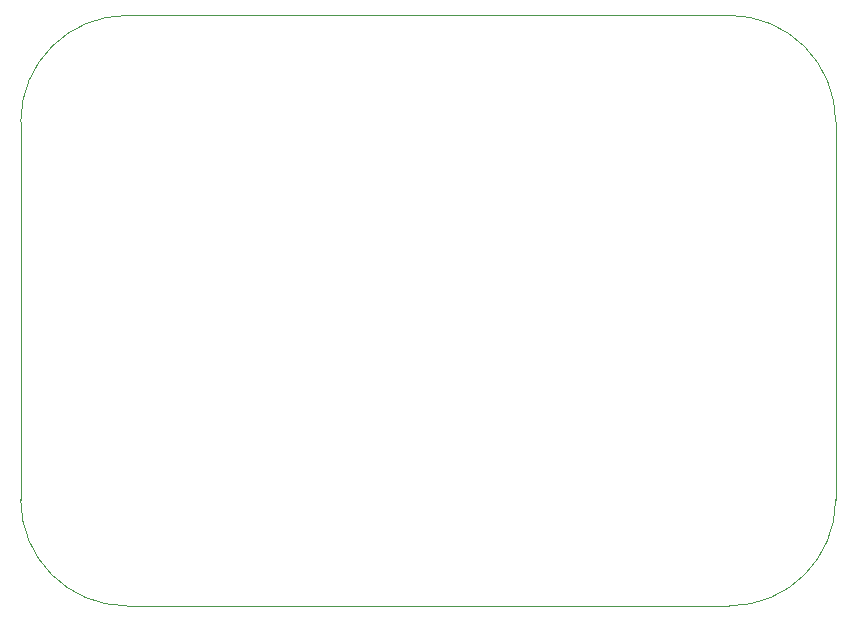
<source format=gbr>
%TF.GenerationSoftware,KiCad,Pcbnew,(5.1.10)-1*%
%TF.CreationDate,2021-08-02T08:48:12-04:00*%
%TF.ProjectId,lora-testing-board,6c6f7261-2d74-4657-9374-696e672d626f,rev?*%
%TF.SameCoordinates,Original*%
%TF.FileFunction,Paste,Bot*%
%TF.FilePolarity,Positive*%
%FSLAX46Y46*%
G04 Gerber Fmt 4.6, Leading zero omitted, Abs format (unit mm)*
G04 Created by KiCad (PCBNEW (5.1.10)-1) date 2021-08-02 08:48:12*
%MOMM*%
%LPD*%
G01*
G04 APERTURE LIST*
%TA.AperFunction,Profile*%
%ADD10C,0.050000*%
%TD*%
G04 APERTURE END LIST*
D10*
X137000000Y-118000000D02*
G75*
G02*
X128000000Y-127000000I-9000000J0D01*
G01*
X77000000Y-127000000D02*
G75*
G02*
X68000000Y-118000000I0J9000000D01*
G01*
X128000000Y-77000000D02*
G75*
G02*
X137000000Y-86000000I0J-9000000D01*
G01*
X68000000Y-86000000D02*
G75*
G02*
X77000000Y-77000000I9000000J0D01*
G01*
X128000000Y-77000000D02*
X77000000Y-77000000D01*
X137000000Y-118000000D02*
X137000000Y-86000000D01*
X77000000Y-127000000D02*
X128000000Y-127000000D01*
X68000000Y-86000000D02*
X68000000Y-118000000D01*
M02*

</source>
